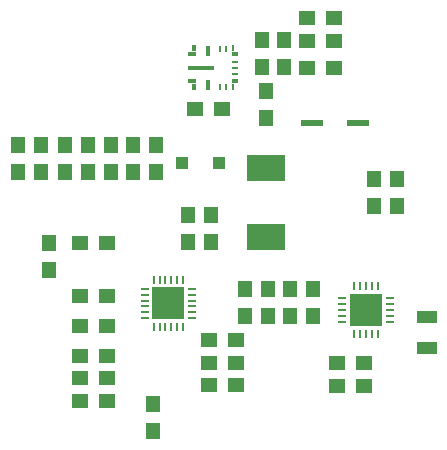
<source format=gbr>
G04 DesignSpark PCB Gerber Version 10.0 Build 5299*
G04 #@! TF.Part,Single*
G04 #@! TF.FileFunction,Paste,Top*
G04 #@! TF.FilePolarity,Positive*
%FSLAX35Y35*%
%MOIN*%
G04 #@! TA.AperFunction,SMDPad,CuDef*
%ADD100R,0.00584X0.02356*%
%ADD90R,0.00781X0.02553*%
%ADD95R,0.00781X0.02750*%
%ADD104R,0.00978X0.01962*%
%ADD105R,0.01175X0.01962*%
%ADD101R,0.01175X0.03537*%
%ADD89R,0.04009X0.04403*%
%ADD86R,0.05100X0.05600*%
%ADD96R,0.10624X0.10624*%
%ADD92R,0.10820X0.10820*%
%ADD98R,0.02356X0.00584*%
%ADD99R,0.02356X0.00781*%
%ADD91R,0.02553X0.00781*%
%ADD94R,0.02750X0.00781*%
%ADD97R,0.02356X0.01175*%
%ADD102R,0.02750X0.01175*%
%ADD103R,0.09049X0.01175*%
%ADD106R,0.07277X0.02159*%
%ADD93R,0.06687X0.03931*%
%ADD87R,0.05600X0.05100*%
%ADD88R,0.12986X0.09049*%
G04 #@! TD.AperFunction*
X0Y0D02*
D02*
D86*
X31702Y109092D03*
Y118092D03*
X39261Y109092D03*
Y118092D03*
X41781Y76336D03*
Y85336D03*
X47372Y109092D03*
Y118092D03*
X54931Y109092D03*
Y118092D03*
X62490Y109092D03*
Y118092D03*
X70049Y109092D03*
Y118092D03*
X76742Y22872D03*
Y31872D03*
X77608Y109092D03*
Y118092D03*
X88395Y85844D03*
Y94844D03*
X95876Y85844D03*
Y94844D03*
X107293Y61218D03*
Y70218D03*
X112805Y144131D03*
Y153131D03*
X114380Y127202D03*
Y136202D03*
X114852Y61218D03*
Y70218D03*
X120285Y144131D03*
Y153131D03*
X122411Y61218D03*
Y70218D03*
X129970Y61218D03*
Y70218D03*
X150206Y97675D03*
Y106675D03*
X158080Y97675D03*
Y106675D03*
D02*
D87*
X52242Y32844D03*
Y40344D03*
Y47844D03*
Y57844D03*
Y67844D03*
Y85344D03*
X61242Y32844D03*
Y40344D03*
Y47844D03*
Y57844D03*
Y67844D03*
Y85344D03*
X90490Y130128D03*
X95234Y38002D03*
Y45561D03*
Y53120D03*
X99490Y130128D03*
X104234Y38002D03*
Y45561D03*
Y53120D03*
X127990Y143907D03*
Y152962D03*
Y160443D03*
X136990Y143907D03*
Y152962D03*
Y160443D03*
X138069Y37844D03*
Y45344D03*
X147069Y37844D03*
Y45344D03*
D02*
D88*
X114380Y87608D03*
Y110443D03*
D02*
D89*
X86230Y112017D03*
X98435D03*
D02*
D90*
X143671Y55324D03*
Y71072D03*
X145639Y55324D03*
Y71072D03*
X147608Y55324D03*
Y71072D03*
X149576Y55324D03*
Y71072D03*
X151545Y55324D03*
Y71072D03*
D02*
D91*
X139734Y59261D03*
Y61230D03*
Y63198D03*
Y65167D03*
Y67135D03*
X155482Y59261D03*
Y61230D03*
Y63198D03*
Y65167D03*
Y67135D03*
D02*
D92*
X147608Y63198D03*
D02*
D93*
X167923Y50600D03*
Y60836D03*
D02*
D94*
X73868Y60423D03*
Y62391D03*
Y64360D03*
Y66328D03*
Y68297D03*
Y70265D03*
X89616Y60423D03*
Y62391D03*
Y64360D03*
Y66328D03*
Y68297D03*
Y70265D03*
D02*
D95*
X76820Y57470D03*
Y73218D03*
X78789Y57470D03*
Y73218D03*
X80757Y57470D03*
Y73218D03*
X82726Y57470D03*
Y73218D03*
X84694Y57470D03*
Y73218D03*
X86663Y57470D03*
Y73218D03*
D02*
D96*
X81742Y65344D03*
D02*
D97*
X103848Y139380D03*
Y148435D03*
D02*
D98*
Y141840D03*
Y145974D03*
D02*
D99*
Y143907D03*
D02*
D100*
X99025Y137608D03*
Y150206D03*
X100994Y137608D03*
Y150206D03*
D02*
D101*
X94793Y138198D03*
Y149616D03*
D02*
D102*
X89478Y139380D03*
Y148435D03*
D02*
D103*
X92628Y143907D03*
D02*
D104*
X103159Y137411D03*
Y150403D03*
D02*
D105*
X90265Y137411D03*
Y150403D03*
D02*
D106*
X129635Y125403D03*
X144990D03*
X0Y0D02*
M02*

</source>
